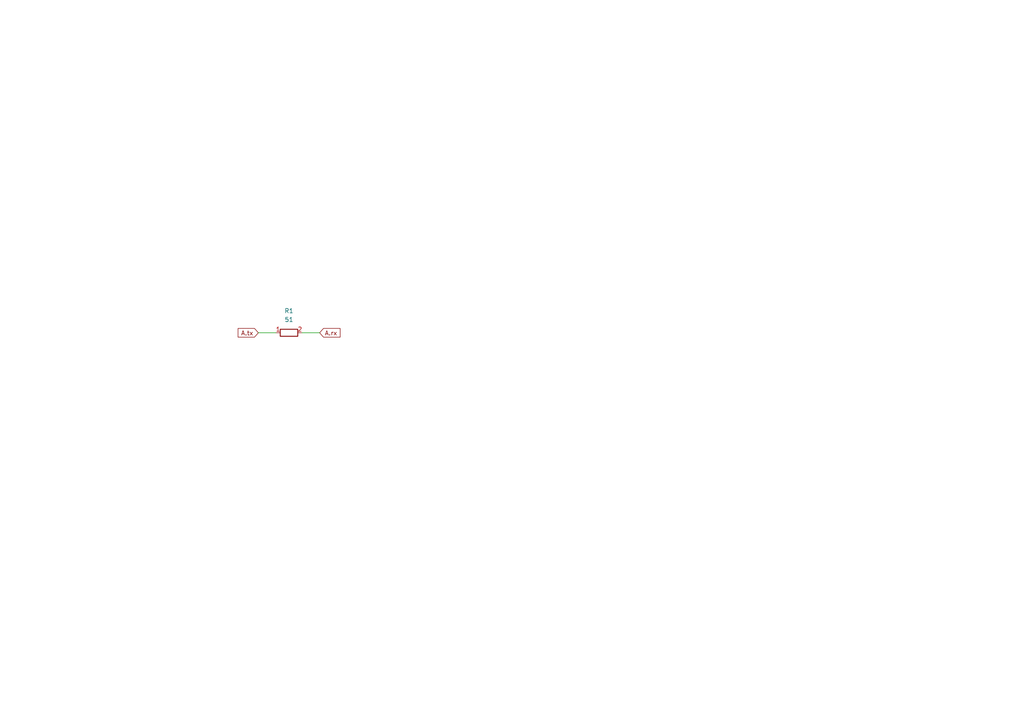
<source format=kicad_sch>
(kicad_sch (version 20211123) (generator eeschema)
  (paper "A4")
  (title_block (title "Simple Circuit") (date "2022-08-02") (rev "v01"))
  (lib_symbols
    (symbol "Device:R" (pin_names (offset 0))
      (property "Reference" "R" (at 2.032 0 90))
      (property "Value" "R" (at 0 0 90))
      (symbol "R_0_1"
        (rectangle (start -1.016 -2.54) (end 1.016 2.54) (stroke (width 0.254)))
      )
      (symbol "R_1_1"
        (pin passive line (at 0 3.81 270) (length 1.27) (name "~") (number "1"))
        (pin passive line (at 0 -3.81 90) (length 1.27) (name "~") (number "2"))
      )
    )
  )
  (wire (pts (xy 74.93 96.52) (xy 80.01 96.52)))
  (wire (pts (xy 87.63 96.52) (xy 92.71 96.52)))
  (global_label "A.tx" (shape input) (at 74.93 96.52 180) (property "Intersheet References" "${INTERSHEET_REFS}" (effects hide)))
  (global_label "A.rx" (shape input) (at 92.71 96.52 0) (property "Intersheet References" "${INTERSHEET_REFS}" (effects hide)))
  (symbol (lib_id "Device:R") (at 83.82 96.52 90) (unit 1)
    (property "Reference" "R1" (at 83.82 90.17 90))
    (property "Value" "51" (at 83.82 92.71 90))
  )
)
</source>
